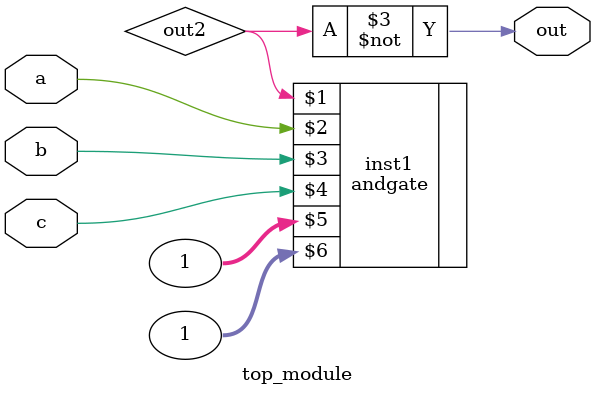
<source format=v>
module top_module (input a, input b, input c, output out);//
	wire out2;
    andgate inst1 ( out2, a, b, c, 1, 1 );
	assign out = ~out2;
endmodule

</source>
